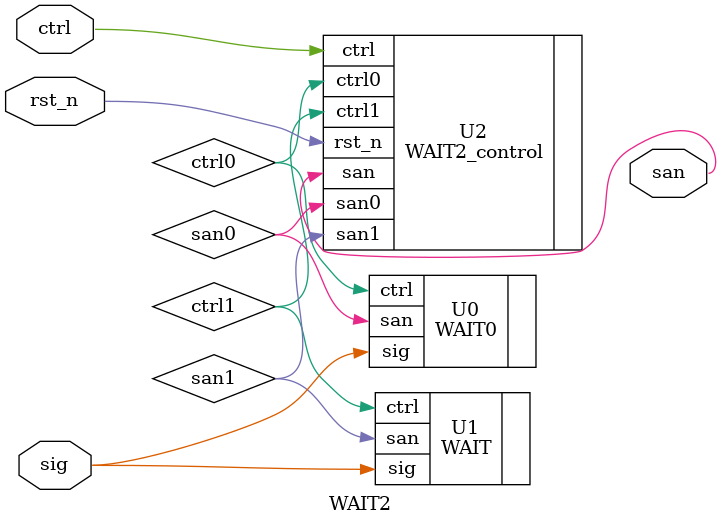
<source format=v>
module WAIT2 (
    input sig,
    input ctrl,
    input rst_n,
    output san
);
    
    wire ctrl0;
    wire ctrl1;
    wire san0;
    wire san1;

    WAIT0 U0 (
        .sig(sig),
        .ctrl(ctrl0),
        .san(san0)
    );

    WAIT U1 (
        .sig(sig),
        .ctrl(ctrl1),
        .san(san1)
    );

    WAIT2_control U2 (
        .ctrl(ctrl), 
        .san0(san0), 
        .san1(san1), 
        .rst_n(rst_n), 
        .san(san), 
        .ctrl0(ctrl0), 
        .ctrl1(ctrl1)
    );

endmodule
</source>
